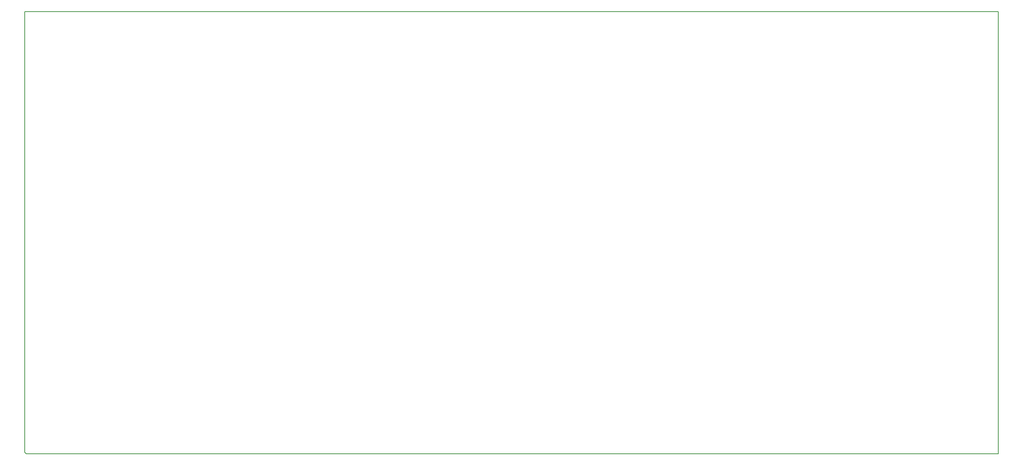
<source format=gbr>
G04 Layer_Color=16711935*
%FSLAX45Y45*%
%MOMM*%
%TF.FileFunction,Mechanical*%
%TF.Part,Single*%
G01*
G75*
%TA.AperFunction,NonConductor*%
%ADD86C,0.12700*%
D86*
X24206197Y999995D02*
X24206201Y11000001D01*
X2235205Y999995D02*
X24206197D01*
X2200000Y1035200D02*
X2235205Y999995D01*
X2200000Y1035200D02*
Y1041400D01*
Y10998200D01*
X2201800Y11000000D01*
X24206201Y11000001D01*
%TF.MD5,7d3c811a33bc234613ca912262159c2a*%
M02*

</source>
